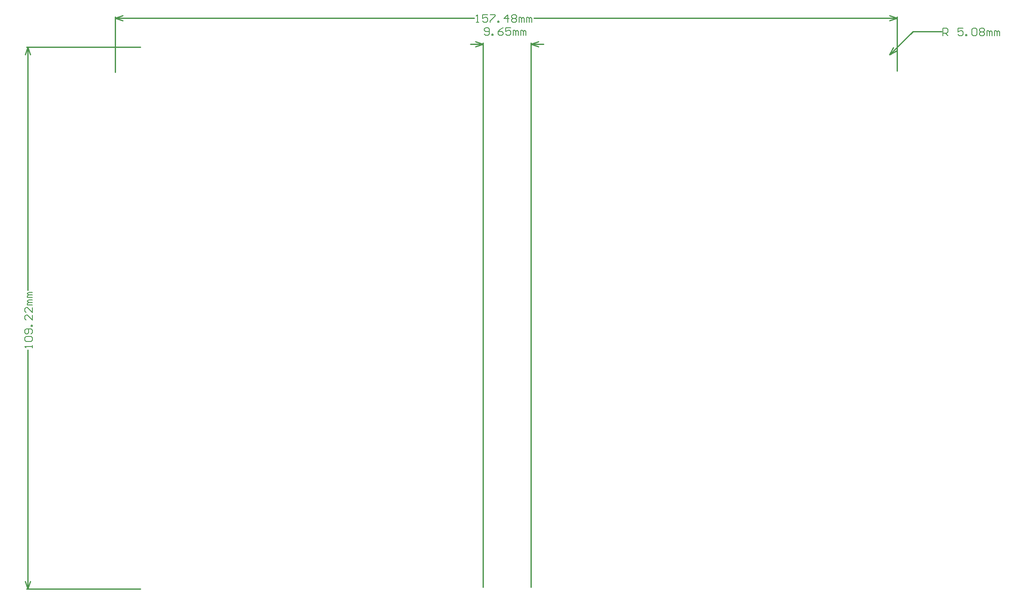
<source format=gbr>
%TF.GenerationSoftware,Altium Limited,Altium Designer,20.0.13 (296)*%
G04 Layer_Color=8388736*
%FSLAX26Y26*%
%MOIN*%
%TF.FileFunction,Other,Dimensions*%
%TF.Part,Single*%
G01*
G75*
%TA.AperFunction,NonConductor*%
%ADD105C,0.006000*%
%ADD107C,0.010000*%
D105*
X2929053Y4409977D02*
X2939050Y4399981D01*
X2959044D01*
X2969040Y4409977D01*
Y4449964D01*
X2959044Y4459961D01*
X2939050D01*
X2929053Y4449964D01*
Y4439968D01*
X2939050Y4429971D01*
X2969040D01*
X2989034Y4399981D02*
Y4409977D01*
X2999031D01*
Y4399981D01*
X2989034D01*
X3079005Y4459961D02*
X3059011Y4449964D01*
X3039018Y4429971D01*
Y4409977D01*
X3049014Y4399981D01*
X3069008D01*
X3079005Y4409977D01*
Y4419974D01*
X3069008Y4429971D01*
X3039018D01*
X3138985Y4459961D02*
X3098998D01*
Y4429971D01*
X3118992Y4439968D01*
X3128988D01*
X3138985Y4429971D01*
Y4409977D01*
X3128988Y4399981D01*
X3108995D01*
X3098998Y4409977D01*
X3158979Y4399981D02*
Y4439968D01*
X3168976D01*
X3178972Y4429971D01*
Y4399981D01*
Y4429971D01*
X3188969Y4439968D01*
X3198966Y4429971D01*
Y4399981D01*
X3218959D02*
Y4439968D01*
X3228956D01*
X3238953Y4429971D01*
Y4399981D01*
Y4429971D01*
X3248950Y4439968D01*
X3258947Y4429971D01*
Y4399981D01*
X6563891Y4394217D02*
Y4454197D01*
X6593882D01*
X6603879Y4444200D01*
Y4424207D01*
X6593882Y4414210D01*
X6563891D01*
X6583885D02*
X6603879Y4394217D01*
X6723840Y4454197D02*
X6683853D01*
Y4424207D01*
X6703846Y4434204D01*
X6713843D01*
X6723840Y4424207D01*
Y4404213D01*
X6713843Y4394217D01*
X6693850D01*
X6683853Y4404213D01*
X6743833Y4394217D02*
Y4404213D01*
X6753830D01*
Y4394217D01*
X6743833D01*
X6793817Y4444200D02*
X6803814Y4454197D01*
X6823807D01*
X6833804Y4444200D01*
Y4404213D01*
X6823807Y4394217D01*
X6803814D01*
X6793817Y4404213D01*
Y4444200D01*
X6853798D02*
X6863794Y4454197D01*
X6883788D01*
X6893785Y4444200D01*
Y4434204D01*
X6883788Y4424207D01*
X6893785Y4414210D01*
Y4404213D01*
X6883788Y4394217D01*
X6863794D01*
X6853798Y4404213D01*
Y4414210D01*
X6863794Y4424207D01*
X6853798Y4434204D01*
Y4444200D01*
X6863794Y4424207D02*
X6883788D01*
X6913778Y4394217D02*
Y4434204D01*
X6923775D01*
X6933772Y4424207D01*
Y4394217D01*
Y4424207D01*
X6943769Y4434204D01*
X6953765Y4424207D01*
Y4394217D01*
X6973759D02*
Y4434204D01*
X6983756D01*
X6993752Y4424207D01*
Y4394217D01*
Y4424207D01*
X7003749Y4434204D01*
X7013746Y4424207D01*
Y4394217D01*
X2866000Y4501010D02*
X2885994D01*
X2875997D01*
Y4560990D01*
X2866000Y4550993D01*
X2955971Y4560990D02*
X2915984D01*
Y4531000D01*
X2935977Y4540997D01*
X2945974D01*
X2955971Y4531000D01*
Y4511007D01*
X2945974Y4501010D01*
X2925981D01*
X2915984Y4511007D01*
X2975965Y4560990D02*
X3015952D01*
Y4550993D01*
X2975965Y4511007D01*
Y4501010D01*
X3035945D02*
Y4511007D01*
X3045942D01*
Y4501010D01*
X3035945D01*
X3115919D02*
Y4560990D01*
X3085929Y4531000D01*
X3125916D01*
X3145910Y4550993D02*
X3155906Y4560990D01*
X3175900D01*
X3185897Y4550993D01*
Y4540997D01*
X3175900Y4531000D01*
X3185897Y4521003D01*
Y4511007D01*
X3175900Y4501010D01*
X3155906D01*
X3145910Y4511007D01*
Y4521003D01*
X3155906Y4531000D01*
X3145910Y4540997D01*
Y4550993D01*
X3155906Y4531000D02*
X3175900D01*
X3205890Y4501010D02*
Y4540997D01*
X3215887D01*
X3225884Y4531000D01*
Y4501010D01*
Y4531000D01*
X3235881Y4540997D01*
X3245877Y4531000D01*
Y4501010D01*
X3265871D02*
Y4540997D01*
X3275868D01*
X3285864Y4531000D01*
Y4501010D01*
Y4531000D01*
X3295861Y4540997D01*
X3305858Y4531000D01*
Y4501010D01*
X-655010Y1918756D02*
Y1938750D01*
Y1928753D01*
X-714990D01*
X-704994Y1918756D01*
Y1968740D02*
X-714990Y1978737D01*
Y1998730D01*
X-704994Y2008727D01*
X-665006D01*
X-655010Y1998730D01*
Y1978737D01*
X-665006Y1968740D01*
X-704994D01*
X-665006Y2028720D02*
X-655010Y2038717D01*
Y2058711D01*
X-665006Y2068708D01*
X-704994D01*
X-714990Y2058711D01*
Y2038717D01*
X-704994Y2028720D01*
X-694997D01*
X-685000Y2038717D01*
Y2068708D01*
X-655010Y2088701D02*
X-665006D01*
Y2098698D01*
X-655010D01*
Y2088701D01*
Y2178672D02*
Y2138685D01*
X-694997Y2178672D01*
X-704994D01*
X-714990Y2168675D01*
Y2148682D01*
X-704994Y2138685D01*
X-655010Y2238653D02*
Y2198666D01*
X-694997Y2238653D01*
X-704994D01*
X-714990Y2228656D01*
Y2208662D01*
X-704994Y2198666D01*
X-655010Y2258646D02*
X-694997D01*
Y2268643D01*
X-685000Y2278640D01*
X-655010D01*
X-685000D01*
X-694997Y2288636D01*
X-685000Y2298633D01*
X-655010D01*
Y2318627D02*
X-694997D01*
Y2328624D01*
X-685000Y2338620D01*
X-655010D01*
X-685000D01*
X-694997Y2348617D01*
X-685000Y2358614D01*
X-655010D01*
D107*
X3300000Y4328000D02*
X3360000Y4348000D01*
X3300000Y4328000D02*
X3360000Y4308000D01*
X2860000D02*
X2920000Y4328000D01*
X2860000Y4348000D02*
X2920000Y4328000D01*
X3300000D02*
X3400000D01*
X2820000D02*
X2920000D01*
Y20000D02*
Y4338000D01*
X3300000Y19685D02*
Y4338000D01*
X6143350Y4246106D02*
X6171635Y4302675D01*
X6143350Y4246106D02*
X6199919Y4274391D01*
X6143350Y4246106D02*
X6327451Y4430207D01*
X6553891D01*
X1929Y4537000D02*
X61929Y4557000D01*
X1929Y4537000D02*
X61929Y4517000D01*
X6141929D02*
X6201929Y4537000D01*
X6141929Y4557000D02*
X6201929Y4537000D01*
X1929D02*
X2850000D01*
X3321858D02*
X6201929D01*
X1929Y4104685D02*
Y4547000D01*
X6201929Y4114685D02*
Y4547000D01*
X-711000Y64685D02*
X-691000Y4685D01*
X-671000Y64685D01*
X-691000Y4304685D02*
X-671000Y4244685D01*
X-711000D02*
X-691000Y4304685D01*
Y4685D02*
Y1902756D01*
Y2374614D02*
Y4304685D01*
X-701000Y4685D02*
X201929D01*
X-701000Y4304685D02*
X201929D01*
%TF.MD5,d321cda1e1d98674856432a1616099c8*%
M02*

</source>
